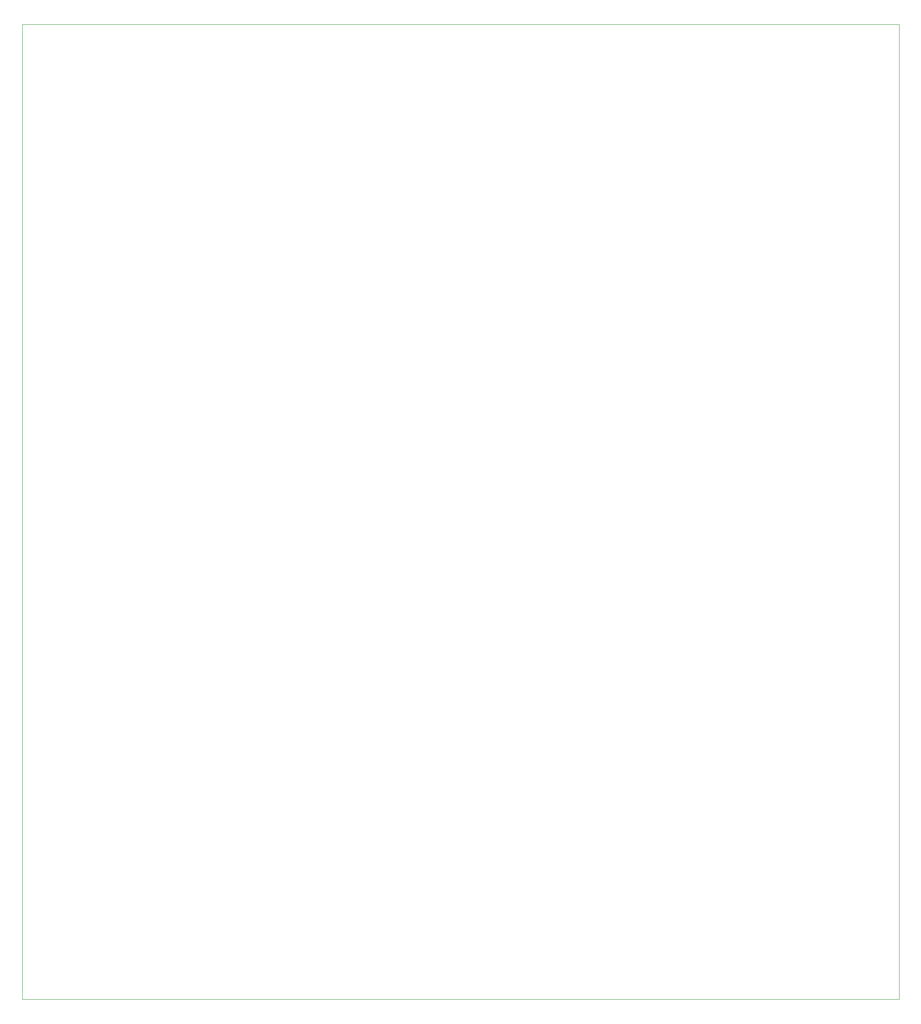
<source format=gbr>
G04 #@! TF.FileFunction,Profile,NP*
%FSLAX46Y46*%
G04 Gerber Fmt 4.6, Leading zero omitted, Abs format (unit mm)*
G04 Created by KiCad (PCBNEW 4.0.7) date 08/15/18 16:11:52*
%MOMM*%
%LPD*%
G01*
G04 APERTURE LIST*
%ADD10C,0.100000*%
G04 APERTURE END LIST*
D10*
X95000000Y-255000000D02*
X95000000Y-55000000D01*
X275000000Y-255000000D02*
X95000000Y-255000000D01*
X275000000Y-55000000D02*
X275000000Y-255000000D01*
X95000000Y-55000000D02*
X275000000Y-55000000D01*
M02*

</source>
